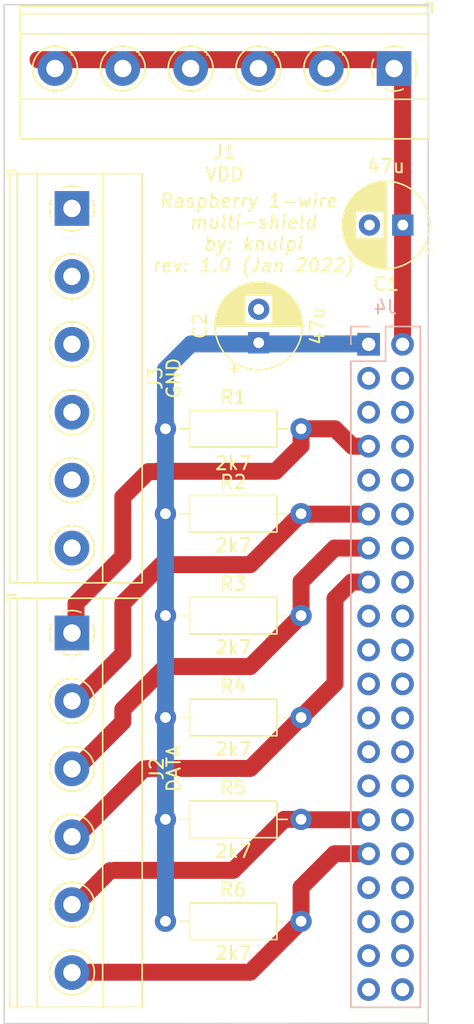
<source format=kicad_pcb>
(kicad_pcb (version 20211014) (generator pcbnew)
  (title_block (title "Raspberry Pi 1-wire multi-shield") (date "2022-01-03") (rev "1.0") (company "knulpi"))
  (layers (0 "F.Cu" signal) (31 "B.Cu" signal) (34 "B.Paste" user) (35 "F.Paste" user) (36 "B.SilkS" user "B.Silkscreen") (37 "F.SilkS" user "F.Silkscreen") (38 "B.Mask" user) (39 "F.Mask" user) (44 "Edge.Cuts" user))
  (net 0 "")
  (net 1 "+5V")
  (net 2 "GNDD")
  (net 3 "+3V3")
  (net 4 "GPIO4")
  (net 5 "GPIO17")
  (net 6 "GPIO27")
  (net 7 "GPIO22")
  (net 8 "GPIO5")
  (net 9 "GPIO6")
  (footprint "Resistor_THT:R_Axial_DIN0207_L6.3mm_D2.5mm_P10.16mm_Horizontal" (layer "F.Cu") (at 156.865 100.3)
    (fp_text reference "R5" (at 5.08 -2.37) (layer "F.SilkS"))
    (fp_text value "2k7")
    (fp_text user "${VALUE}" (at 5.08 2.37) (layer "F.SilkS"))
    (fp_line (start 1.04 0) (end 1.81 0) (layer "F.SilkS") (width 0.12))
    (fp_line (start 1.81 -1.37) (end 1.81 1.37) (layer "F.SilkS") (width 0.12))
    (fp_line (start 9.12 0) (end 8.35 0) (layer "F.SilkS") (width 0.12))
    (fp_line (start 8.35 1.37) (end 8.35 -1.37) (layer "F.SilkS") (width 0.12))
    (fp_line (start 1.81 1.37) (end 8.35 1.37) (layer "F.SilkS") (width 0.12))
    (fp_line (start 8.35 -1.37) (end 1.81 -1.37) (layer "F.SilkS") (width 0.12))
    (pad "1" thru_hole circle locked (at 0 0) (size 1.6 1.6) (drill 0.8) (layers *.Cu *.Mask) (net 3 "+3V3"))
    (pad "2" thru_hole oval locked (at 10.16 0) (size 1.6 1.6) (drill 0.8) (layers *.Cu *.Mask) (net 8 "GPIO5"))
  )
  (footprint "Resistor_THT:R_Axial_DIN0207_L6.3mm_D2.5mm_P10.16mm_Horizontal" (layer "F.Cu") (at 156.865 77.44)
    (fp_text reference "R2" (at 5.08 -2.37) (layer "F.SilkS"))
    (fp_text value "2k7")
    (fp_text user "${VALUE}" (at 5.08 2.37) (layer "F.SilkS"))
    (fp_line (start 9.12 0) (end 8.35 0) (layer "F.SilkS") (width 0.12))
    (fp_line (start 1.81 1.37) (end 8.35 1.37) (layer "F.SilkS") (width 0.12))
    (fp_line (start 8.35 -1.37) (end 1.81 -1.37) (layer "F.SilkS") (width 0.12))
    (fp_line (start 8.35 1.37) (end 8.35 -1.37) (layer "F.SilkS") (width 0.12))
    (fp_line (start 1.81 -1.37) (end 1.81 1.37) (layer "F.SilkS") (width 0.12))
    (fp_line (start 1.04 0) (end 1.81 0) (layer "F.SilkS") (width 0.12))
    (pad "1" thru_hole circle locked (at 0 0) (size 1.6 1.6) (drill 0.8) (layers *.Cu *.Mask) (net 3 "+3V3"))
    (pad "2" thru_hole oval locked (at 10.16 0) (size 1.6 1.6) (drill 0.8) (layers *.Cu *.Mask) (net 5 "GPIO17"))
  )
  (footprint "Resistor_THT:R_Axial_DIN0207_L6.3mm_D2.5mm_P10.16mm_Horizontal" (layer "F.Cu") (at 156.865 92.68)
    (fp_text reference "R4" (at 5.08 -2.37) (layer "F.SilkS"))
    (fp_text value "2k7")
    (fp_text user "${VALUE}" (at 5.08 2.37) (layer "F.SilkS"))
    (fp_line (start 1.04 0) (end 1.81 0) (layer "F.SilkS") (width 0.12))
    (fp_line (start 1.81 1.37) (end 8.35 1.37) (layer "F.SilkS") (width 0.12))
    (fp_line (start 1.81 -1.37) (end 1.81 1.37) (layer "F.SilkS") (width 0.12))
    (fp_line (start 9.12 0) (end 8.35 0) (layer "F.SilkS") (width 0.12))
    (fp_line (start 8.35 -1.37) (end 1.81 -1.37) (layer "F.SilkS") (width 0.12))
    (fp_line (start 8.35 1.37) (end 8.35 -1.37) (layer "F.SilkS") (width 0.12))
    (pad "1" thru_hole circle locked (at 0 0) (size 1.6 1.6) (drill 0.8) (layers *.Cu *.Mask) (net 3 "+3V3"))
    (pad "2" thru_hole oval locked (at 10.16 0) (size 1.6 1.6) (drill 0.8) (layers *.Cu *.Mask) (net 7 "GPIO22"))
  )
  (footprint "Resistor_THT:R_Axial_DIN0207_L6.3mm_D2.5mm_P10.16mm_Horizontal" (layer "F.Cu") (at 156.865 71.09)
    (fp_text reference "R1" (at 5.08 -2.37) (layer "F.SilkS"))
    (fp_text value "2k7")
    (fp_text user "${VALUE}" (at 5.08 2.57) (layer "F.SilkS"))
    (fp_line (start 1.81 -1.37) (end 1.81 1.37) (layer "F.SilkS") (width 0.12))
    (fp_line (start 8.35 -1.37) (end 1.81 -1.37) (layer "F.SilkS") (width 0.12))
    (fp_line (start 1.04 0) (end 1.81 0) (layer "F.SilkS") (width 0.12))
    (fp_line (start 1.81 1.37) (end 8.35 1.37) (layer "F.SilkS") (width 0.12))
    (fp_line (start 9.12 0) (end 8.35 0) (layer "F.SilkS") (width 0.12))
    (fp_line (start 8.35 1.37) (end 8.35 -1.37) (layer "F.SilkS") (width 0.12))
    (pad "1" thru_hole circle locked (at 0 0) (size 1.6 1.6) (drill 0.8) (layers *.Cu *.Mask) (net 3 "+3V3"))
    (pad "2" thru_hole oval locked (at 10.16 0) (size 1.6 1.6) (drill 0.8) (layers *.Cu *.Mask) (net 4 "GPIO4"))
  )
  (footprint "Resistor_THT:R_Axial_DIN0207_L6.3mm_D2.5mm_P10.16mm_Horizontal" (layer "F.Cu") (at 156.865 107.92)
    (fp_text reference "R6" (at 5.08 -2.37) (layer "F.SilkS"))
    (fp_text value "2k7")
    (fp_text user "${VALUE}" (at 5.08 2.37) (layer "F.SilkS"))
    (fp_line (start 1.04 0) (end 1.81 0) (layer "F.SilkS") (width 0.12))
    (fp_line (start 1.81 -1.37) (end 1.81 1.37) (layer "F.SilkS") (width 0.12))
    (fp_line (start 8.35 1.37) (end 8.35 -1.37) (layer "F.SilkS") (width 0.12))
    (fp_line (start 8.35 -1.37) (end 1.81 -1.37) (layer "F.SilkS") (width 0.12))
    (fp_line (start 1.81 1.37) (end 8.35 1.37) (layer "F.SilkS") (width 0.12))
    (fp_line (start 9.12 0) (end 8.35 0) (layer "F.SilkS") (width 0.12))
    (pad "1" thru_hole circle locked (at 0 0) (size 1.6 1.6) (drill 0.8) (layers *.Cu *.Mask) (net 3 "+3V3"))
    (pad "2" thru_hole oval locked (at 10.16 0) (size 1.6 1.6) (drill 0.8) (layers *.Cu *.Mask) (net 9 "GPIO6"))
  )
  (footprint "Capacitor_THT:CP_Radial_D6.3mm_P2.50mm" (layer "F.Cu") (at 163.85 64.65238 90)
    (fp_text reference "C2" (at 1.25 -4.4 90) (layer "F.SilkS"))
    (fp_text value "47u")
    (fp_text user "${VALUE}" (at 1.25 4.4 90) (layer "F.SilkS"))
    (fp_line (start 1.33 -3.23) (end 1.33 3.23) (layer "F.SilkS") (width 0.12))
    (fp_line (start 2.171 1.04) (end 2.171 3.098) (layer "F.SilkS") (width 0.12))
    (fp_line (start 3.611 -2.224) (end 3.611 2.224) (layer "F.SilkS") (width 0.12))
    (fp_line (start 3.371 1.04) (end 3.371 2.45) (layer "F.SilkS") (width 0.12))
    (fp_line (start 3.211 -2.578) (end 3.211 -1.04) (layer "F.SilkS") (width 0.12))
    (fp_line (start 2.731 -2.876) (end 2.731 -1.04) (layer "F.SilkS") (width 0.12))
    (fp_line (start 2.611 1.04) (end 2.611 2.934) (layer "F.SilkS") (width 0.12))
    (fp_line (start 1.57 -3.215) (end 1.57 -1.04) (layer "F.SilkS") (width 0.12))
    (fp_line (start 3.491 -2.343) (end 3.491 -1.04) (layer "F.SilkS") (width 0.12))
    (fp_line (start 2.291 -3.061) (end 2.291 -1.04) (layer "F.SilkS") (width 0.12))
    (fp_line (start 2.851 -2.812) (end 2.851 -1.04) (layer "F.SilkS") (width 0.12))
    (fp_line (start 1.85 1.04) (end 1.85 3.175) (layer "F.SilkS") (width 0.12))
    (fp_line (start 4.451 -0.633) (end 4.451 0.633) (layer "F.SilkS") (width 0.12))
    (fp_line (start 2.051 1.04) (end 2.051 3.131) (layer "F.SilkS") (width 0.12))
    (fp_line (start 1.29 -3.23) (end 1.29 3.23) (layer "F.SilkS") (width 0.12))
    (fp_line (start 1.61 1.04) (end 1.61 3.211) (layer "F.SilkS") (width 0.12))
    (fp_line (start 2.891 1.04) (end 2.891 2.79) (layer "F.SilkS") (width 0.12))
    (fp_line (start 2.211 1.04) (end 2.211 3.086) (layer "F.SilkS") (width 0.12))
    (fp_line (start 1.85 -3.175) (end 1.85 -1.04) (layer "F.SilkS") (width 0.12))
    (fp_line (start 3.131 -2.636) (end 3.131 -1.04) (layer "F.SilkS") (width 0.12))
    (fp_line (start 4.491 -0.402) (end 4.491 0.402) (layer "F.SilkS") (width 0.12))
    (fp_line (start 1.81 -3.182) (end 1.81 -1.04) (layer "F.SilkS") (width 0.12))
    (fp_line (start 3.691 -2.137) (end 3.691 2.137) (layer "F.SilkS") (width 0.12))
    (fp_line (start 3.291 -2.516) (end 3.291 -1.04) (layer "F.SilkS") (width 0.12))
    (fp_line (start 2.651 1.04) (end 2.651 2.916) (layer "F.SilkS") (width 0.12))
    (fp_line (start 2.211 -3.086) (end 2.211 -1.04) (layer "F.SilkS") (width 0.12))
    (fp_line (start 3.731 -2.092) (end 3.731 2.092) (layer "F.SilkS") (width 0.12))
    (fp_line (start 1.53 1.04) (end 1.53 3.218) (layer "F.SilkS") (width 0.12))
    (fp_line (start 1.25 -3.23) (end 1.25 3.23) (layer "F.SilkS") (width 0.12))
    (fp_line (start 1.77 1.04) (end 1.77 3.189) (layer "F.SilkS") (width 0.12))
    (fp_line (start 4.291 -1.165) (end 4.291 1.165) (layer "F.SilkS") (width 0.12))
    (fp_line (start 3.371 -2.45) (end 3.371 -1.04) (layer "F.SilkS") (width 0.12))
    (fp_line (start 1.93 -3.159) (end 1.93 -1.04) (layer "F.SilkS") (width 0.12))
    (fp_line (start 3.051 1.04) (end 3.051 2.69) (layer "F.SilkS") (width 0.12))
    (fp_line (start 3.171 1.04) (end 3.171 2.607) (layer "F.SilkS") (width 0.12))
    (fp_line (start 2.651 -2.916) (end 2.651 -1.04) (layer "F.SilkS") (width 0.12))
    (fp_line (start 2.451 -3.002) (end 2.451 -1.04) (layer "F.SilkS") (width 0.12))
    (fp_line (start 3.291 1.04) (end 3.291 2.516) (layer "F.SilkS") (width 0.12))
    (fp_line (start 2.491 -2.986) (end 2.491 -1.04) (layer "F.SilkS") (width 0.12))
    (fp_line (start 3.091 -2.664) (end 3.091 -1.04) (layer "F.SilkS") (width 0.12))
    (fp_line (start 2.131 -3.11) (end 2.131 -1.04) (layer "F.SilkS") (width 0.12))
    (fp_line (start 4.371 -0.94) (end 4.371 0.94) (layer "F.SilkS") (width 0.12))
    (fp_line (start 4.171 -1.432) (end 4.171 1.432) (layer "F.SilkS") (width 0.12))
    (fp_line (start 1.89 1.04) (end 1.89 3.167) (layer "F.SilkS") (width 0.12))
    (fp_line (start 2.771 -2.856) (end 2.771 -1.04) (layer "F.SilkS") (width 0.12))
    (fp_line (start 2.331 1.04) (end 2.331 3.047) (layer "F.SilkS") (width 0.12))
    (fp_line (start 2.731 1.04) (end 2.731 2.876) (layer "F.SilkS") (width 0.12))
    (fp_line (start 3.091 1.04) (end 3.091 2.664) (layer "F.SilkS") (width 0.12))
    (fp_line (start 2.691 1.04) (end 2.691 2.896) (layer "F.SilkS") (width 0.12))
    (fp_line (start 2.011 -3.141) (end 2.011 -1.04) (layer "F.SilkS") (width 0.12))
    (fp_line (start 2.931 1.04) (end 2.931 2.766) (layer "F.SilkS") (width 0.12))
    (fp_line (start 4.051 -1.65) (end 4.051 1.65) (layer "F.SilkS") (width 0.12))
    (fp_line (start 2.771 1.04) (end 2.771 2.856) (layer "F.SilkS") (width 0.12))
    (fp_line (start 3.251 -2.548) (end 3.251 -1.04) (layer "F.SilkS") (width 0.12))
    (fp_line (start 1.41 -3.227) (end 1.41 3.227) (layer "F.SilkS") (width 0.12))
    (fp_line (start 2.011 1.04) (end 2.011 3.141) (layer "F.SilkS") (width 0.12))
    (fp_line (start 3.011 1.04) (end 3.011 2.716) (layer "F.SilkS") (width 0.12))
    (fp_line (start 3.891 -1.89) (end 3.891 1.89) (layer "F.SilkS") (width 0.12))
    (fp_line (start 1.69 1.04) (end 1.69 3.201) (layer "F.SilkS") (width 0.12))
    (fp_line (start 2.131 1.04) (end 2.131 3.11) (layer "F.SilkS") (width 0.12))
    (fp_line (start 3.771 -2.044) (end 3.771 2.044) (layer "F.SilkS") (width 0.12))
    (fp_line (start 3.411 -2.416) (end 3.411 -1.04) (layer "F.SilkS") (width 0.12))
    (fp_line (start 2.371 -3.033) (end 2.371 -1.04) (layer "F.SilkS") (width 0.12))
    (fp_line (start 2.331 -3.047) (end 2.331 -1.04) (layer "F.SilkS") (width 0.12))
    (fp_line (start 1.69 -3.201) (end 1.69 -1.04) (layer "F.SilkS") (width 0.12))
    (fp_line (start 2.251 1.04) (end 2.251 3.074) (layer "F.SilkS") (width 0.12))
    (fp_line (start 4.011 -1.714) (end 4.011 1.714) (layer "F.SilkS") (width 0.12))
    (fp_line (start 1.65 -3.206) (end 1.65 -1.04) (layer "F.SilkS") (width 0.12))
    (fp_line (start 1.57 1.04) (end 1.57 3.215) (layer "F.SilkS") (width 0.12))
    (fp_line (start 1.93 1.04) (end 1.93 3.159) (layer "F.SilkS") (width 0.12))
    (fp_line (start 3.851 -1.944) (end 3.851 1.944) (layer "F.SilkS") (width 0.12))
    (fp_line (start 4.331 -1.059) (end 4.331 1.059) (layer "F.SilkS") (width 0.12))
    (fp_line (start 4.411 -0.802) (end 4.411 0.802) (layer "F.SilkS") (width 0.12))
    (fp_line (start 3.531 1.04) (end 3.531 2.305) (layer "F.SilkS") (width 0.12))
    (fp_line (start 1.971 1.04) (end 1.971 3.15) (layer "F.SilkS") (width 0.12))
    (fp_line (start 2.971 1.04) (end 2.971 2.742) (layer "F.SilkS") (width 0.12))
    (fp_line (start 3.491 1.04) (end 3.491 2.343) (layer "F.SilkS") (width 0.12))
    (fp_line (start 2.371 1.04) (end 2.371 3.033) (layer "F.SilkS") (width 0.12))
    (fp_line (start 1.37 -3.228) (end 1.37 3.228) (layer "F.SilkS") (width 0.12))
    (fp_line (start 2.171 -3.098) (end 2.171 -1.04) (layer "F.SilkS") (width 0.12))
    (fp_line (start 1.61 -3.211) (end 1.61 -1.04) (layer "F.SilkS") (width 0.12))
    (fp_line (start 1.73 1.04) (end 1.73 3.195) (layer "F.SilkS") (width 0.12))
    (fp_line (start 2.411 1.04) (end 2.411 3.018) (layer "F.SilkS") (width 0.12))
    (fp_line (start 2.531 1.04) (end 2.531 2.97) (layer "F.SilkS") (width 0.12))
    (fp_line (start 2.291 1.04) (end 2.291 3.061) (layer "F.SilkS") (width 0.12))
    (fp_line (start 3.131 1.04) (end 3.131 2.636) (layer "F.SilkS") (width 0.12))
    (fp_line (start 2.811 1.04) (end 2.811 2.834) (layer "F.SilkS") (width 0.12))
    (fp_line (start 4.251 -1.262) (end 4.251 1.262) (layer "F.SilkS") (width 0.12))
    (fp_line (start 2.931 -2.766) (end 2.931 -1.04) (layer "F.SilkS") (width 0.12))
    (fp_line (start 3.411 1.04) (end 3.411 2.416) (layer "F.SilkS") (width 0.12))
    (fp_line (start 1.971 -3.15) (end 1.971 -1.04) (layer "F.SilkS") (width 0.12))
    (fp_line (start 3.571 -2.265) (end 3.571 2.265) (layer "F.SilkS") (width 0.12))
    (fp_line (start 3.331 1.04) (end 3.331 2.484) (layer "F.SilkS") (width 0.12))
    (fp_line (start 1.65 1.04) (end 1.65 3.206) (layer "F.SilkS") (width 0.12))
    (fp_line (start 1.53 -3.218) (end 1.53 -1.04) (layer "F.SilkS") (width 0.12))
    (fp_line (start 2.971 -2.742) (end 2.971 -1.04) (layer "F.SilkS") (width 0.12))
    (fp_line (start 3.251 1.04) (end 3.251 2.548) (layer "F.SilkS") (width 0.12))
    (fp_line (start 2.531 -2.97) (end 2.531 -1.04) (layer "F.SilkS") (width 0.12))
    (fp_line (start 2.811 -2.834) (end 2.811 -1.04) (layer "F.SilkS") (width 0.12))
    (fp_line (start 4.091 -1.581) (end 4.091 1.581) (layer "F.SilkS") (width 0.12))
    (fp_line (start 3.451 -2.38) (end 3.451 -1.04) (layer "F.SilkS") (width 0.12))
    (fp_line (start 3.531 -2.305) (end 3.531 -1.04) (layer "F.SilkS") (width 0.12))
    (fp_line (start 2.611 -2.934) (end 2.611 -1.04) (layer "F.SilkS") (width 0.12))
    (fp_line (start 3.331 -2.484) (end 3.331 -1.04) (layer "F.SilkS") (width 0.12))
    (fp_line (start 2.091 -3.121) (end 2.091 -1.04) (layer "F.SilkS") (width 0.12))
    (fp_line (start 1.49 -3.222) (end 1.49 -1.04) (layer "F.SilkS") (width 0.12))
    (fp_line (start 3.051 -2.69) (end 3.051 -1.04) (layer "F.SilkS") (width 0.12))
    (fp_line (start 2.091 1.04) (end 2.091 3.121) (layer "F.SilkS") (width 0.12))
    (fp_line (start 3.451 1.04) (end 3.451 2.38) (layer "F.SilkS") (width 0.12))
    (fp_line (start 1.77 -3.189) (end 1.77 -1.04) (layer "F.SilkS") (width 0.12))
    (fp_line (start 3.931 -1.834) (end 3.931 1.834) (layer "F.SilkS") (width 0.12))
    (fp_line (start 3.811 -1.995) (end 3.811 1.995) (layer "F.SilkS") (width 0.12))
    (fp_line (start 1.89 -3.167) (end 1.89 -1.04) (layer "F.SilkS") (width 0.12))
    (fp_line (start 3.011 -2.716) (end 3.011 -1.04) (layer "F.SilkS") (width 0.12))
    (fp_line (start 1.45 -3.224) (end 1.45 3.224) (layer "F.SilkS") (width 0.12))
    (fp_line (start 3.171 -2.607) (end 3.171 -1.04) (layer "F.SilkS") (width 0.12))
    (fp_line (start 1.81 1.04) (end 1.81 3.182) (layer "F.SilkS") (width 0.12))
    (fp_line (start 1.73 -3.195) (end 1.73 -1.04) (layer "F.SilkS") (width 0.12))
    (fp_line (start 2.491 1.04) (end 2.491 2.986) (layer "F.SilkS") (width 0.12))
    (fp_line (start 4.211 -1.35) (end 4.211 1.35) (layer "F.SilkS") (width 0.12))
    (fp_line (start 2.851 1.04) (end 2.851 2.812) (layer "F.SilkS") (width 0.12))
    (fp_line (start 2.571 -2.952) (end 2.571 -1.04) (layer "F.SilkS") (width 0.12))
    (fp_line (start 2.891 -2.79) (end 2.891 -1.04) (layer "F.SilkS") (width 0.12))
    (fp_line (start 3.211 1.04) (end 3.211 2.578) (layer "F.SilkS") (width 0.12))
    (fp_line (start 3.971 -1.776) (end 3.971 1.776) (layer "F.SilkS") (width 0.12))
    (fp_line (start 4.131 -1.509) (end 4.131 1.509) (layer "F.SilkS") (width 0.12))
    (fp_line (start -2.250241 -1.839) (end -1.620241 -1.839) (layer "F.SilkS") (width 0.12))
    (fp_line (start 2.411 -3.018) (end 2.411 -1.04) (layer "F.SilkS") (width 0.12))
    (fp_line (start 2.571 1.04) (end 2.571 2.952) (layer "F.SilkS") (width 0.12))
    (fp_line (start 2.451 1.04) (end 2.451 3.002) (layer "F.SilkS") (width 0.12))
    (fp_line (start 2.251 -3.074) (end 2.251 -1.04) (layer "F.SilkS") (width 0.12))
    (fp_line (start 2.051 -3.131) (end 2.051 -1.04) (layer "F.SilkS") (width 0.12))
    (fp_line (start 3.651 -2.182) (end 3.651 2.182) (layer "F.SilkS") (width 0.12))
    (fp_line (start -1.935241 -2.154) (end -1.935241 -1.524) (layer "F.SilkS") (width 0.12))
    (fp_line (start 1.49 1.04) (end 1.49 3.222) (layer "F.SilkS") (width 0.12))
    (fp_line (start 2.691 -2.896) (end 2.691 -1.04) (layer "F.SilkS") (width 0.12))
    (fp_circle (center 1.25 0) (end 4.52 0) (layer "F.SilkS") (width 0.12) (fill none))
    (pad "1" thru_hole rect locked (at 0 0 90) (size 1.6 1.6) (drill 0.8) (layers *.Cu *.Mask) (net 3 "+3V3"))
    (pad "2" thru_hole circle locked (at 2.5 0 90) (size 1.6 1.6) (drill 0.8) (layers *.Cu *.Mask) (net 2 "GNDD"))
  )
  (footprint "Capacitor_THT:CP_Radial_D6.3mm_P2.50mm" (layer "F.Cu") (at 174.645 55.85 180)
    (fp_text reference "C1" (at 1.25 -4.4) (layer "F.SilkS"))
    (fp_text value "47u")
    (fp_text user "${VALUE}" (at 1.25 4.4) (layer "F.SilkS"))
    (fp_line (start 2.771 -2.856) (end 2.771 -1.04) (layer "F.SilkS") (width 0.12))
    (fp_line (start 1.77 1.04) (end 1.77 3.189) (layer "F.SilkS") (width 0.12))
    (fp_line (start 1.57 1.04) (end 1.57 3.215) (layer "F.SilkS") (width 0.12))
    (fp_line (start 3.171 -2.607) (end 3.171 -1.04) (layer "F.SilkS") (width 0.12))
    (fp_line (start -2.250241 -1.839) (end -1.620241 -1.839) (layer "F.SilkS") (width 0.12))
    (fp_line (start 2.371 -3.033) (end 2.371 -1.04) (layer "F.SilkS") (width 0.12))
    (fp_line (start 3.531 -2.305) (end 3.531 -1.04) (layer "F.SilkS") (width 0.12))
    (fp_line (start 4.171 -1.432) (end 4.171 1.432) (layer "F.SilkS") (width 0.12))
    (fp_line (start 3.011 -2.716) (end 3.011 -1.04) (layer "F.SilkS") (width 0.12))
    (fp_line (start 3.291 1.04) (end 3.291 2.516) (layer "F.SilkS") (width 0.12))
    (fp_line (start 2.011 -3.141) (end 2.011 -1.04) (layer "F.SilkS") (width 0.12))
    (fp_line (start 3.491 -2.343) (end 3.491 -1.04) (layer "F.SilkS") (width 0.12))
    (fp_line (start 3.131 -2.636) (end 3.131 -1.04) (layer "F.SilkS") (width 0.12))
    (fp_line (start 3.371 1.04) (end 3.371 2.45) (layer "F.SilkS") (width 0.12))
    (fp_line (start 2.171 -3.098) (end 2.171 -1.04) (layer "F.SilkS") (width 0.12))
    (fp_line (start 3.211 1.04) (end 3.211 2.578) (layer "F.SilkS") (width 0.12))
    (fp_line (start 3.411 1.04) (end 3.411 2.416) (layer "F.SilkS") (width 0.12))
    (fp_line (start 2.251 -3.074) (end 2.251 -1.04) (layer "F.SilkS") (width 0.12))
    (fp_line (start 2.331 1.04) (end 2.331 3.047) (layer "F.SilkS") (width 0.12))
    (fp_line (start 2.251 1.04) (end 2.251 3.074) (layer "F.SilkS") (width 0.12))
    (fp_line (start 1.61 1.04) (end 1.61 3.211) (layer "F.SilkS") (width 0.12))
    (fp_line (start 4.131 -1.509) (end 4.131 1.509) (layer "F.SilkS") (width 0.12))
    (fp_line (start 3.051 1.04) (end 3.051 2.69) (layer "F.SilkS") (width 0.12))
    (fp_line (start 1.29 -3.23) (end 1.29 3.23) (layer "F.SilkS") (width 0.12))
    (fp_line (start 2.931 1.04) (end 2.931 2.766) (layer "F.SilkS") (width 0.12))
    (fp_line (start 2.411 -3.018) (end 2.411 -1.04) (layer "F.SilkS") (width 0.12))
    (fp_line (start 2.291 1.04) (end 2.291 3.061) (layer "F.SilkS") (width 0.12))
    (fp_line (start 2.491 -2.986) (end 2.491 -1.04) (layer "F.SilkS") (width 0.12))
    (fp_line (start 4.251 -1.262) (end 4.251 1.262) (layer "F.SilkS") (width 0.12))
    (fp_line (start 2.091 -3.121) (end 2.091 -1.04) (layer "F.SilkS") (width 0.12))
    (fp_line (start 4.091 -1.581) (end 4.091 1.581) (layer "F.SilkS") (width 0.12))
    (fp_line (start 3.611 -2.224) (end 3.611 2.224) (layer "F.SilkS") (width 0.12))
    (fp_line (start 3.291 -2.516) (end 3.291 -1.04) (layer "F.SilkS") (width 0.12))
    (fp_line (start 2.011 1.04) (end 2.011 3.141) (layer "F.SilkS") (width 0.12))
    (fp_line (start 2.091 1.04) (end 2.091 3.121) (layer "F.SilkS") (width 0.12))
    (fp_line (start 2.371 1.04) (end 2.371 3.033) (layer "F.SilkS") (width 0.12))
    (fp_line (start 2.691 -2.896) (end 2.691 -1.04) (layer "F.SilkS") (width 0.12))
    (fp_line (start 1.57 -3.215) (end 1.57 -1.04) (layer "F.SilkS") (width 0.12))
    (fp_line (start 1.81 -3.182) (end 1.81 -1.04) (layer "F.SilkS") (width 0.12))
    (fp_line (start 4.291 -1.165) (end 4.291 1.165) (layer "F.SilkS") (width 0.12))
    (fp_line (start 1.89 1.04) (end 1.89 3.167) (layer "F.SilkS") (width 0.12))
    (fp_line (start 1.49 1.04) (end 1.49 3.222) (layer "F.SilkS") (width 0.12))
    (fp_line (start 3.731 -2.092) (end 3.731 2.092) (layer "F.SilkS") (width 0.12))
    (fp_line (start 2.291 -3.061) (end 2.291 -1.04) (layer "F.SilkS") (width 0.12))
    (fp_line (start 3.451 -2.38) (end 3.451 -1.04) (layer "F.SilkS") (width 0.12))
    (fp_line (start 4.331 -1.059) (end 4.331 1.059) (layer "F.SilkS") (width 0.12))
    (fp_line (start 3.371 -2.45) (end 3.371 -1.04) (layer "F.SilkS") (width 0.12))
    (fp_line (start 1.81 1.04) (end 1.81 3.182) (layer "F.SilkS") (width 0.12))
    (fp_line (start 2.731 1.04) (end 2.731 2.876) (layer "F.SilkS") (width 0.12))
    (fp_line (start 2.811 1.04) (end 2.811 2.834) (layer "F.SilkS") (width 0.12))
    (fp_line (start 2.571 1.04) (end 2.571 2.952) (layer "F.SilkS") (width 0.12))
    (fp_line (start 1.53 1.04) (end 1.53 3.218) (layer "F.SilkS") (width 0.12))
    (fp_line (start 4.011 -1.714) (end 4.011 1.714) (layer "F.SilkS") (width 0.12))
    (fp_line (start 4.451 -0.633) (end 4.451 0.633) (layer "F.SilkS") (width 0.12))
    (fp_line (start 2.211 1.04) (end 2.211 3.086) (layer "F.SilkS") (width 0.12))
    (fp_line (start 1.65 -3.206) (end 1.65 -1.04) (layer "F.SilkS") (width 0.12))
    (fp_line (start 1.73 1.04) (end 1.73 3.195) (layer "F.SilkS") (width 0.12))
    (fp_line (start 3.211 -2.578) (end 3.211 -1.04) (layer "F.SilkS") (width 0.12))
    (fp_line (start 1.41 -3.227) (end 1.41 3.227) (layer "F.SilkS") (width 0.12))
    (fp_line (start 2.051 -3.131) (end 2.051 -1.04) (layer "F.SilkS") (width 0.12))
    (fp_line (start 2.851 -2.812) (end 2.851 -1.04) (layer "F.SilkS") (width 0.12))
    (fp_line (start 3.691 -2.137) (end 3.691 2.137) (layer "F.SilkS") (width 0.12))
    (fp_line (start 2.451 1.04) (end 2.451 3.002) (layer "F.SilkS") (width 0.12))
    (fp_line (start 2.971 1.04) (end 2.971 2.742) (layer "F.SilkS") (width 0.12))
    (fp_line (start 1.69 -3.201) (end 1.69 -1.04) (layer "F.SilkS") (width 0.12))
    (fp_line (start 1.89 -3.167) (end 1.89 -1.04) (layer "F.SilkS") (width 0.12))
    (fp_line (start 1.53 -3.218) (end 1.53 -1.04) (layer "F.SilkS") (width 0.12))
    (fp_line (start 1.65 1.04) (end 1.65 3.206) (layer "F.SilkS") (width 0.12))
    (fp_line (start 1.61 -3.211) (end 1.61 -1.04) (layer "F.SilkS") (width 0.12))
    (fp_line (start 3.331 1.04) (end 3.331 2.484) (layer "F.SilkS") (width 0.12))
    (fp_line (start 4.491 -0.402) (end 4.491 0.402) (layer "F.SilkS") (width 0.12))
    (fp_line (start 3.651 -2.182) (end 3.651 2.182) (layer "F.SilkS") (width 0.12))
    (fp_line (start 2.411 1.04) (end 2.411 3.018) (layer "F.SilkS") (width 0.12))
    (fp_line (start 2.811 -2.834) (end 2.811 -1.04) (layer "F.SilkS") (width 0.12))
    (fp_line (start 2.611 1.04) (end 2.611 2.934) (layer "F.SilkS") (width 0.12))
    (fp_line (start 3.891 -1.89) (end 3.891 1.89) (layer "F.SilkS") (width 0.12))
    (fp_line (start -1.935241 -2.154) (end -1.935241 -1.524) (layer "F.SilkS") (width 0.12))
    (fp_line (start 2.051 1.04) (end 2.051 3.131) (layer "F.SilkS") (width 0.12))
    (fp_line (start 2.891 -2.79) (end 2.891 -1.04) (layer "F.SilkS") (width 0.12))
    (fp_line (start 2.571 -2.952) (end 2.571 -1.04) (layer "F.SilkS") (width 0.12))
    (fp_line (start 2.131 1.04) (end 2.131 3.11) (layer "F.SilkS") (width 0.12))
    (fp_line (start 1.69 1.04) (end 1.69 3.201) (layer "F.SilkS") (width 0.12))
    (fp_line (start 1.85 1.04) (end 1.85 3.175) (layer "F.SilkS") (width 0.12))
    (fp_line (start 2.731 -2.876) (end 2.731 -1.04) (layer "F.SilkS") (width 0.12))
    (fp_line (start 2.931 -2.766) (end 2.931 -1.04) (layer "F.SilkS") (width 0.12))
    (fp_line (start 2.531 1.04) (end 2.531 2.97) (layer "F.SilkS") (width 0.12))
    (fp_line (start 2.131 -3.11) (end 2.131 -1.04) (layer "F.SilkS") (width 0.12))
    (fp_line (start 2.531 -2.97) (end 2.531 -1.04) (layer "F.SilkS") (width 0.12))
    (fp_line (start 3.091 -2.664) (end 3.091 -1.04) (layer "F.SilkS") (width 0.12))
    (fp_line (start 4.411 -0.802) (end 4.411 0.802) (layer "F.SilkS") (width 0.12))
    (fp_line (start 2.491 1.04) (end 2.491 2.986) (layer "F.SilkS") (width 0.12))
    (fp_line (start 4.211 -1.35) (end 4.211 1.35) (layer "F.SilkS") (width 0.12))
    (fp_line (start 2.211 -3.086) (end 2.211 -1.04) (layer "F.SilkS") (width 0.12))
    (fp_line (start 1.25 -3.23) (end 1.25 3.23) (layer "F.SilkS") (width 0.12))
    (fp_line (start 3.051 -2.69) (end 3.051 -1.04) (layer "F.SilkS") (width 0.12))
    (fp_line (start 2.851 1.04) (end 2.851 2.812) (layer "F.SilkS") (width 0.12))
    (fp_line (start 3.171 1.04) (end 3.171 2.607) (layer "F.SilkS") (width 0.12))
    (fp_line (start 2.771 1.04) (end 2.771 2.856) (layer "F.SilkS") (width 0.12))
    (fp_line (start 1.73 -3.195) (end 1.73 -1.04) (layer "F.SilkS") (width 0.12))
    (fp_line (start 1.93 -3.159) (end 1.93 -1.04) (layer "F.SilkS") (width 0.12))
    (fp_line (start 3.971 -1.776) (end 3.971 1.776) (layer "F.SilkS") (width 0.12))
    (fp_line (start 1.37 -3.228) (end 1.37 3.228) (layer "F.SilkS") (width 0.12))
    (fp_line (start 2.651 -2.916) (end 2.651 -1.04) (layer "F.SilkS") (width 0.12))
    (fp_line (start 2.971 -2.742) (end 2.971 -1.04) (layer "F.SilkS") (width 0.12))
    (fp_line (start 3.811 -1.995) (end 3.811 1.995) (layer "F.SilkS") (width 0.12))
    (fp_line (start 3.451 1.04) (end 3.451 2.38) (layer "F.SilkS") (width 0.12))
    (fp_line (start 1.77 -3.189) (end 1.77 -1.04) (layer "F.SilkS") (width 0.12))
    (fp_line (start 1.971 -3.15) (end 1.971 -1.04) (layer "F.SilkS") (width 0.12))
    (fp_line (start 2.171 1.04) (end 2.171 3.098) (layer "F.SilkS") (width 0.12))
    (fp_line (start 3.491 1.04) (end 3.491 2.343) (layer "F.SilkS") (width 0.12))
    (fp_line (start 2.691 1.04) (end 2.691 2.896) (layer "F.SilkS") (width 0.12))
    (fp_line (start 2.611 -2.934) (end 2.611 -1.04) (layer "F.SilkS") (width 0.12))
    (fp_line (start 2.651 1.04) (end 2.651 2.916) (layer "F.SilkS") (width 0.12))
    (fp_line (start 3.091 1.04) (end 3.091 2.664) (layer "F.SilkS") (width 0.12))
    (fp_line (start 1.49 -3.222) (end 1.49 -1.04) (layer "F.SilkS") (width 0.12))
    (fp_line (start 3.571 -2.265) (end 3.571 2.265) (layer "F.SilkS") (width 0.12))
    (fp_line (start 2.331 -3.047) (end 2.331 -1.04) (layer "F.SilkS") (width 0.12))
    (fp_line (start 2.451 -3.002) (end 2.451 -1.04) (layer "F.SilkS") (width 0.12))
    (fp_line (start 3.531 1.04) (end 3.531 2.305) (layer "F.SilkS") (width 0.12))
    (fp_line (start 1.33 -3.23) (end 1.33 3.23) (layer "F.SilkS") (width 0.12))
    (fp_line (start 3.411 -2.416) (end 3.411 -1.04) (layer "F.SilkS") (width 0.12))
    (fp_line (start 3.851 -1.944) (end 3.851 1.944) (layer "F.SilkS") (width 0.12))
    (fp_line (start 3.251 -2.548) (end 3.251 -1.04) (layer "F.SilkS") (width 0.12))
    (fp_line (start 3.251 1.04) (end 3.251 2.548) (layer "F.SilkS") (width 0.12))
    (fp_line (start 1.971 1.04) (end 1.971 3.15) (layer "F.SilkS") (width 0.12))
    (fp_line (start 3.131 1.04) (end 3.131 2.636) (layer "F.SilkS") (width 0.12))
    (fp_line (start 3.931 -1.834) (end 3.931 1.834) (layer "F.SilkS") (width 0.12))
    (fp_line (start 4.371 -0.94) (end 4.371 0.94) (layer "F.SilkS") (width 0.12))
    (fp_line (start 1.85 -3.175) (end 1.85 -1.04) (layer "F.SilkS") (width 0.12))
    (fp_line (start 3.771 -2.044) (end 3.771 2.044) (layer "F.SilkS") (width 0.12))
    (fp_line (start 2.891 1.04) (end 2.891 2.79) (layer "F.SilkS") (width 0.12))
    (fp_line (start 3.331 -2.484) (end 3.331 -1.04) (layer "F.SilkS") (width 0.12))
    (fp_line (start 4.051 -1.65) (end 4.051 1.65) (layer "F.SilkS") (width 0.12))
    (fp_line (start 1.93 1.04) (end 1.93 3.159) (layer "F.SilkS") (width 0.12))
    (fp_line (start 3.011 1.04) (end 3.011 2.716) (layer "F.SilkS") (width 0.12))
    (fp_line (start 1.45 -3.224) (end 1.45 3.224) (layer "F.SilkS") (width 0.12))
    (fp_circle (center 1.25 0) (end 4.52 0) (layer "F.SilkS") (width 0.12) (fill none))
    (pad "1" thru_hole rect locked (at 0 0 180) (size 1.6 1.6) (drill 0.8) (layers *.Cu *.Mask) (net 1 "+5V"))
    (pad "2" thru_hole circle locked (at 2.5 0 180) (size 1.6 1.6) (drill 0.8) (layers *.Cu *.Mask) (net 2 "GNDD"))
  )
  (footprint "TerminalBlock_Phoenix:TerminalBlock_Phoenix_MKDS-1,5-6-5.08_1x06_P5.08mm_Horizontal" (layer "F.Cu") (at 149.86 86.36 -90)
    (fp_text reference "J2" (at 10.16 -6.35 90) (layer "F.SilkS"))
    (fp_text value "DATA")
    (fp_text user "${VALUE}" (at 10.16 -7.62 90) (layer "F.SilkS"))
    (fp_line (start 24.173 1.023) (end 24.126 1.069) (layer "F.SilkS") (width 0.12))
    (fp_line (start -2.6 2.6) (end 28 2.6) (layer "F.SilkS") (width 0.12))
    (fp_line (start 28 -5.261) (end 28 4.66) (layer "F.SilkS") (width 0.12))
    (fp_line (start 4.046 1.239) (end 4.011 1.274) (layer "F.SilkS") (width 0.12))
    (fp_line (start 11.435 -1.069) (end 11.388 -1.023) (layer "F.SilkS") (width 0.12))
    (fp_line (start 16.515 -1.069) (end 16.468 -1.023) (layer "F.SilkS") (width 0.12))
    (fp_line (start 26.675 -1.069) (end 26.628 -1.023) (layer "F.SilkS") (width 0.12))
    (fp_line (start 19.286 1.239) (end 19.251 1.274) (layer "F.SilkS") (width 0.12))
    (fp_line (start 9.126 1.239) (end 9.091 1.274) (layer "F.SilkS") (width 0.12))
    (fp_line (start 24.366 1.239) (end 24.331 1.274) (layer "F.SilkS") (width 0.12))
    (fp_line (start -2.84 4.16) (end -2.84 4.9) (layer "F.SilkS") (width 0.12))
    (fp_line (start 26.47 -1.275) (end 26.435 -1.239) (layer "F.SilkS") (width 0.12))
    (fp_line (start -2.6 -5.261) (end 28 -5.261) (layer "F.SilkS") (width 0.12))
    (fp_line (start -2.6 4.66) (end 28 4.66) (layer "F.SilkS") (width 0.12))
    (fp_line (start -2.84 4.9) (end -2.34 4.9) (layer "F.SilkS") (width 0.12))
    (fp_line (start 14.013 1.023) (end 13.966 1.069) (layer "F.SilkS") (width 0.12))
    (fp_line (start -2.6 -5.261) (end -2.6 4.66) (layer "F.SilkS") (width 0.12))
    (fp_line (start 11.23 -1.275) (end 11.195 -1.239) (layer "F.SilkS") (width 0.12))
    (fp_line (start 21.595 -1.069) (end 21.548 -1.023) (layer "F.SilkS") (width 0.12))
    (fp_line (start 8.933 1.023) (end 8.886 1.069) (layer "F.SilkS") (width 0.12))
    (fp_line (start -2.6 4.1) (end 28 4.1) (layer "F.SilkS") (width 0.12))
    (fp_line (start 6.15 -1.275) (end 6.115 -1.239) (layer "F.SilkS") (width 0.12))
    (fp_line (start -2.6 -2.301) (end 28 -2.301) (layer "F.SilkS") (width 0.12))
    (fp_line (start 21.39 -1.275) (end 21.355 -1.239) (layer "F.SilkS") (width 0.12))
    (fp_line (start 6.355 -1.069) (end 6.308 -1.023) (layer "F.SilkS") (width 0.12))
    (fp_line (start 16.31 -1.275) (end 16.275 -1.239) (layer "F.SilkS") (width 0.12))
    (fp_line (start 19.093 1.023) (end 19.046 1.069) (layer "F.SilkS") (width 0.12))
    (fp_line (start 3.853 1.023) (end 3.806 1.069) (layer "F.SilkS") (width 0.12))
    (fp_line (start 14.206 1.239) (end 14.171 1.274) (layer "F.SilkS") (width 0.12))
    (fp_arc (start 0.028805 1.680253) (mid -0.335551 1.646659) (end -0.684 1.535) (layer "F.SilkS") (width 0.12))
    (fp_arc (start -0.683042 -1.535427) (mid 0.000524 -1.680501) (end 0.684 -1.535) (layer "F.SilkS") (width 0.12))
    (fp_arc (start -1.535427 0.683042) (mid -1.680501 -0.000524) (end -1.535 -0.684) (layer "F.SilkS") (width 0.12))
    (fp_arc (start 1.535427 -0.683042) (mid 1.680501 0.000524) (end 1.535 0.684) (layer "F.SilkS") (width 0.12))
    (fp_arc (start 0.683318 1.534756) (mid 0.349292 1.643288) (end 0 1.68) (layer "F.SilkS") (width 0.12))
    (fp_circle (center 25.4 0) (end 27.08 0) (layer "F.SilkS") (width 0.12) (fill none))
    (fp_circle (center 15.24 0) (end 16.92 0) (layer "F.SilkS") (width 0.12) (fill none))
    (fp_circle (center 20.32 0) (end 22 0) (layer "F.SilkS") (width 0.12) (fill none))
    (fp_circle (center 10.16 0) (end 11.84 0) (layer "F.SilkS") (width 0.12) (fill none))
    (fp_circle (center 5.08 0) (end 6.76 0) (layer "F.SilkS") (width 0.12) (fill none))
    (pad "1" thru_hole rect locked (at 0 0 270) (size 2.6 2.6) (drill 1.3) (layers *.Cu *.Mask) (net 4 "GPIO4"))
    (pad "2" thru_hole circle locked (at 5.08 0 270) (size 2.6 2.6) (drill 1.3) (layers *.Cu *.Mask) (net 5 "GPIO17"))
    (pad "3" thru_hole circle locked (at 10.16 0 270) (size 2.6 2.6) (drill 1.3) (layers *.Cu *.Mask) (net 6 "GPIO27"))
    (pad "4" thru_hole circle locked (at 15.24 0 270) (size 2.6 2.6) (drill 1.3) (layers *.Cu *.Mask) (net 7 "GPIO22"))
    (pad "5" thru_hole circle locked (at 20.32 0 270) (size 2.6 2.6) (drill 1.3) (layers *.Cu *.Mask) (net 8 "GPIO5"))
    (pad "6" thru_hole circle locked (at 25.4 0 270) (size 2.6 2.6) (drill 1.3) (layers *.Cu *.Mask) (net 9 "GPIO6"))
  )
  (footprint "TerminalBlock_Phoenix:TerminalBlock_Phoenix_MKDS-1,5-6-5.08_1x06_P5.08mm_Horizontal" (layer "F.Cu") (at 149.86 54.61 -90)
    (fp_text reference "J3" (at 12.7 -6.26 90) (layer "F.SilkS"))
    (fp_text value "GND")
    (fp_text user "${VALUE}" (at 12.7 -7.62 90) (layer "F.SilkS"))
    (fp_line (start 11.435 -1.069) (end 11.388 -1.023) (layer "F.SilkS") (width 0.12))
    (fp_line (start -2.6 -5.261) (end -2.6 4.66) (layer "F.SilkS") (width 0.12))
    (fp_line (start 8.933 1.023) (end 8.886 1.069) (layer "F.SilkS") (width 0.12))
    (fp_line (start -2.6 -5.261) (end 28 -5.261) (layer "F.SilkS") (width 0.12))
    (fp_line (start 4.046 1.239) (end 4.011 1.274) (layer "F.SilkS") (width 0.12))
    (fp_line (start 21.39 -1.275) (end 21.355 -1.239) (layer "F.SilkS") (width 0.12))
    (fp_line (start 21.595 -1.069) (end 21.548 -1.023) (layer "F.SilkS") (width 0.12))
    (fp_line (start 14.206 1.239) (end 14.171 1.274) (layer "F.SilkS") (width 0.12))
    (fp_line (start -2.6 -2.301) (end 28 -2.301) (layer "F.SilkS") (width 0.12))
    (fp_line (start 28 -5.261) (end 28 4.66) (layer "F.SilkS") (width 0.12))
    (fp_line (start 14.013 1.023) (end 13.966 1.069) (layer "F.SilkS") (width 0.12))
    (fp_line (start 26.675 -1.069) (end 26.628 -1.023) (layer "F.SilkS") (width 0.12))
    (fp_line (start 16.515 -1.069) (end 16.468 -1.023) (layer "F.SilkS") (width 0.12))
    (fp_line (start 9.126 1.239) (end 9.091 1.274) (layer "F.SilkS") (width 0.12))
    (fp_line (start 6.15 -1.275) (end 6.115 -1.239) (layer "F.SilkS") (width 0.12))
    (fp_line (start 16.31 -1.275) (end 16.275 -1.239) (layer "F.SilkS") (width 0.12))
    (fp_line (start 26.47 -1.275) (end 26.435 -1.239) (layer "F.SilkS") (width 0.12))
    (fp_line (start -2.84 4.9) (end -2.34 4.9) (layer "F.SilkS") (width 0.12))
    (fp_line (start 6.355 -1.069) (end 6.308 -1.023) (layer "F.SilkS") (width 0.12))
    (fp_line (start 24.366 1.239) (end 24.331 1.274) (layer "F.SilkS") (width 0.12))
    (fp_line (start 19.093 1.023) (end 19.046 1.069) (layer "F.SilkS") (width 0.12))
    (fp_line (start 24.173 1.023) (end 24.126 1.069) (layer "F.SilkS") (width 0.12))
    (fp_line (start -2.6 4.1) (end 28 4.1) (layer "F.SilkS") (width 0.12))
    (fp_line (start 3.853 1.023) (end 3.806 1.069) (layer "F.SilkS") (width 0.12))
    (fp_line (start -2.84 4.16) (end -2.84 4.9) (layer "F.SilkS") (width 0.12))
    (fp_line (start 11.23 -1.275) (end 11.195 -1.239) (layer "F.SilkS") (width 0.12))
    (fp_line (start 19.286 1.239) (end 19.251 1.274) (layer "F.SilkS") (width 0.12))
    (fp_line (start -2.6 2.6) (end 28 2.6) (layer "F.SilkS") (width 0.12))
    (fp_line (start -2.6 4.66) (end 28 4.66) (layer "F.SilkS") (width 0.12))
    (fp_arc (start -0.683042 -1.535427) (mid 0.000524 -1.680501) (end 0.684 -1.535) (layer "F.SilkS") (width 0.12))
    (fp_arc (start 1.535427 -0.683042) (mid 1.680501 0.000524) (end 1.535 0.684) (layer "F.SilkS") (width 0.12))
    (fp_arc (start -1.535427 0.683042) (mid -1.680501 -0.000524) (end -1.535 -0.684) (layer "F.SilkS") (width 0.12))
    (fp_arc (start 0.028805 1.680253) (mid -0.335551 1.646659) (end -0.684 1.535) (layer "F.SilkS") (width 0.12))
    (fp_arc (start 0.683318 1.534756) (mid 0.349292 1.643288) (end 0 1.68) (layer "F.SilkS") (width 0.12))
    (fp_circle (center 5.08 0) (end 6.76 0) (layer "F.SilkS") (width 0.12) (fill none))
    (fp_circle (center 20.32 0) (end 22 0) (layer "F.SilkS") (width 0.12) (fill none))
    (fp_circle (center 25.4 0) (end 27.08 0) (layer "F.SilkS") (width 0.12) (fill none))
    (fp_circle (center 10.16 0) (end 11.84 0) (layer "F.SilkS") (width 0.12) (fill none))
    (fp_circle (center 15.24 0) (end 16.92 0) (layer "F.SilkS") (width 0.12) (fill none))
    (pad "1" thru_hole rect locked (at 0 0 270) (size 2.6 2.6) (drill 1.3) (layers *.Cu *.Mask) (net 2 "GNDD"))
    (pad "2" thru_hole circle locked (at 5.08 0 270) (size 2.6 2.6) (drill 1.3) (layers *.Cu *.Mask) (net 2 "GNDD"))
    (pad "3" thru_hole circle locked (at 10.16 0 270) (size 2.6 2.6) (drill 1.3) (layers *.Cu *.Mask) (net 2 "GNDD"))
    (pad "4" thru_hole circle locked (at 15.24 0 270) (size 2.6 2.6) (drill 1.3) (layers *.Cu *.Mask) (net 2 "GNDD"))
    (pad "5" thru_hole circle locked (at 20.32 0 270) (size 2.6 2.6) (drill 1.3) (layers *.Cu *.Mask) (net 2 "GNDD"))
    (pad "6" thru_hole circle locked (at 25.4 0 270) (size 2.6 2.6) (drill 1.3) (layers *.Cu *.Mask) (net 2 "GNDD"))
  )
  (footprint "TerminalBlock_Phoenix:TerminalBlock_Phoenix_MKDS-1,5-6-5.08_1x06_P5.08mm_Horizontal" (layer "F.Cu") (at 173.99 44.145 180)
    (fp_text reference "J1" (at 12.7 -6.26) (layer "F.SilkS"))
    (fp_text value "VDD")
    (fp_text user "${VALUE}" (at 12.7 -7.925) (layer "F.SilkS"))
    (fp_line (start 3.853 1.023) (end 3.806 1.069) (layer "F.SilkS") (width 0.12))
    (fp_line (start 16.31 -1.275) (end 16.275 -1.239) (layer "F.SilkS") (width 0.12))
    (fp_line (start -2.6 4.1) (end 28 4.1) (layer "F.SilkS") (width 0.12))
    (fp_line (start 11.435 -1.069) (end 11.388 -1.023) (layer "F.SilkS") (width 0.12))
    (fp_line (start -2.84 4.9) (end -2.34 4.9) (layer "F.SilkS") (width 0.12))
    (fp_line (start 28 -5.261) (end 28 4.66) (layer "F.SilkS") (width 0.12))
    (fp_line (start 16.515 -1.069) (end 16.468 -1.023) (layer "F.SilkS") (width 0.12))
    (fp_line (start 24.173 1.023) (end 24.126 1.069) (layer "F.SilkS") (width 0.12))
    (fp_line (start 14.013 1.023) (end 13.966 1.069) (layer "F.SilkS") (width 0.12))
    (fp_line (start -2.84 4.16) (end -2.84 4.9) (layer "F.SilkS") (width 0.12))
    (fp_line (start 8.933 1.023) (end 8.886 1.069) (layer "F.SilkS") (width 0.12))
    (fp_line (start 19.286 1.239) (end 19.251 1.274) (layer "F.SilkS") (width 0.12))
    (fp_line (start -2.6 -5.261) (end 28 -5.261) (layer "F.SilkS") (width 0.12))
    (fp_line (start 9.126 1.239) (end 9.091 1.274) (layer "F.SilkS") (width 0.12))
    (fp_line (start 21.39 -1.275) (end 21.355 -1.239) (layer "F.SilkS") (width 0.12))
    (fp_line (start 6.355 -1.069) (end 6.308 -1.023) (layer "F.SilkS") (width 0.12))
    (fp_line (start 14.206 1.239) (end 14.171 1.274) (layer "F.SilkS") (width 0.12))
    (fp_line (start 26.675 -1.069) (end 26.628 -1.023) (layer "F.SilkS") (width 0.12))
    (fp_line (start 4.046 1.239) (end 4.011 1.274) (layer "F.SilkS") (width 0.12))
    (fp_line (start -2.6 -5.261) (end -2.6 4.66) (layer "F.SilkS") (width 0.12))
    (fp_line (start -2.6 2.6) (end 28 2.6) (layer "F.SilkS") (width 0.12))
    (fp_line (start 19.093 1.023) (end 19.046 1.069) (layer "F.SilkS") (width 0.12))
    (fp_line (start 21.595 -1.069) (end 21.548 -1.023) (layer "F.SilkS") (width 0.12))
    (fp_line (start 26.47 -1.275) (end 26.435 -1.239) (layer "F.SilkS") (width 0.12))
    (fp_line (start -2.6 4.66) (end 28 4.66) (layer "F.SilkS") (width 0.12))
    (fp_line (start -2.6 -2.301) (end 28 -2.301) (layer "F.SilkS") (width 0.12))
    (fp_line (start 11.23 -1.275) (end 11.195 -1.239) (layer "F.SilkS") (width 0.12))
    (fp_line (start 24.366 1.239) (end 24.331 1.274) (layer "F.SilkS") (width 0.12))
    (fp_line (start 6.15 -1.275) (end 6.115 -1.239) (layer "F.SilkS") (width 0.12))
    (fp_arc (start -1.535427 0.683042) (mid -1.680501 -0.000524) (end -1.535 -0.684) (layer "F.SilkS") (width 0.12))
    (fp_arc (start 0.028805 1.680253) (mid -0.335551 1.646659) (end -0.684 1.535) (layer "F.SilkS") (width 0.12))
    (fp_arc (start 1.535427 -0.683042) (mid 1.680501 0.000524) (end 1.535 0.684) (layer "F.SilkS") (width 0.12))
    (fp_arc (start 0.683318 1.534756) (mid 0.349292 1.643288) (end 0 1.68) (layer "F.SilkS") (width 0.12))
    (fp_arc (start -0.683042 -1.535427) (mid 0.000524 -1.680501) (end 0.684 -1.535) (layer "F.SilkS") (width 0.12))
    (fp_circle (center 5.08 0) (end 6.76 0) (layer "F.SilkS") (width 0.12) (fill none))
    (fp_circle (center 15.24 0) (end 16.92 0) (layer "F.SilkS") (width 0.12) (fill none))
    (fp_circle (center 20.32 0) (end 22 0) (layer "F.SilkS") (width 0.12) (fill none))
    (fp_circle (center 10.16 0) (end 11.84 0) (layer "F.SilkS") (width 0.12) (fill none))
    (fp_circle (center 25.4 0) (end 27.08 0) (layer "F.SilkS") (width 0.12) (fill none))
    (pad "1" thru_hole rect locked (at 0 0 180) (size 2.6 2.6) (drill 1.3) (layers *.Cu *.Mask) (net 1 "+5V"))
    (pad "2" thru_hole circle locked (at 5.08 0 180) (size 2.6 2.6) (drill 1.3) (layers *.Cu *.Mask) (net 1 "+5V"))
    (pad "3" thru_hole circle locked (at 10.16 0 180) (size 2.6 2.6) (drill 1.3) (layers *.Cu *.Mask) (net 1 "+5V"))
    (pad "4" thru_hole circle locked (at 15.24 0 180) (size 2.6 2.6) (drill 1.3) (layers *.Cu *.Mask) (net 1 "+5V"))
    (pad "5" thru_hole circle locked (at 20.32 0 180) (size 2.6 2.6) (drill 1.3) (layers *.Cu *.Mask) (net 1 "+5V"))
    (pad "6" thru_hole circle locked (at 25.4 0 180) (size 2.6 2.6) (drill 1.3) (layers *.Cu *.Mask) (net 1 "+5V"))
  )
  (footprint "Resistor_THT:R_Axial_DIN0207_L6.3mm_D2.5mm_P10.16mm_Horizontal" (layer "F.Cu") (at 156.865 85.06)
    (fp_text reference "R3" (at 5.08 -2.37) (layer "F.SilkS"))
    (fp_text value "2k7")
    (fp_text user "${VALUE}" (at 5.08 2.37) (layer "F.SilkS"))
    (fp_line (start 8.35 -1.37) (end 1.81 -1.37) (layer "F.SilkS") (width 0.12))
    (fp_line (start 9.12 0) (end 8.35 0) (layer "F.SilkS") (width 0.12))
    (fp_line (start 1.81 1.37) (end 8.35 1.37) (layer "F.SilkS") (width 0.12))
    (fp_line (start 1.81 -1.37) (end 1.81 1.37) (layer "F.SilkS") (width 0.12))
    (fp_line (start 1.04 0) (end 1.81 0) (layer "F.SilkS") (width 0.12))
    (fp_line (start 8.35 1.37) (end 8.35 -1.37) (layer "F.SilkS") (width 0.12))
    (pad "1" thru_hole circle locked (at 0 0) (size 1.6 1.6) (drill 0.8) (layers *.Cu *.Mask) (net 3 "+3V3"))
    (pad "2" thru_hole oval locked (at 10.16 0) (size 1.6 1.6) (drill 0.8) (layers *.Cu *.Mask) (net 6 "GPIO27"))
  )
  (footprint "Connector_PinSocket_2.54mm:PinSocket_2x20_P2.54mm_Vertical" (layer "B.Cu") (at 172.085 64.77 180)
    (fp_text reference "J4" (at -1.27 2.77) (layer "B.SilkS") (effects (justify mirror)))
    (fp_text value "Raspberry_Pi_2_3")
    (fp_line (start -1.27 -1.27) (end 1.33 -1.27) (layer "B.SilkS") (width 0.12))
    (fp_line (start -3.87 -49.59) (end 1.33 -49.59) (layer "B.SilkS") (width 0.12))
    (fp_line (start 1.33 1.33) (end 1.33 0) (layer "B.SilkS") (width 0.12))
    (fp_line (start -1.27 1.33) (end -1.27 -1.27) (layer "B.SilkS") (width 0.12))
    (fp_line (start 0 1.33) (end 1.33 1.33) (layer "B.SilkS") (width 0.12))
    (fp_line (start -3.87 1.33) (end -1.27 1.33) (layer "B.SilkS") (width 0.12))
    (fp_line (start -3.87 1.33) (end -3.87 -49.59) (layer "B.SilkS") (width 0.12))
    (fp_line (start 1.33 -1.27) (end 1.33 -49.59) (layer "B.SilkS") (width 0.12))
    (pad "1" thru_hole rect locked (at 0 0 180) (size 1.7 1.7) (drill 1) (layers *.Cu *.Mask) (net 3 "+3V3"))
    (pad "2" thru_hole oval locked (at -2.54 0 180) (size 1.7 1.7) (drill 1) (layers *.Cu *.Mask) (net 1 "+5V"))
    (pad "3" thru_hole oval locked (at 0 -2.54 180) (size 1.7 1.7) (drill 1) (layers *.Cu *.Mask))
    (pad "4" thru_hole oval locked (at -2.54 -2.54 180) (size 1.7 1.7) (drill 1) (layers *.Cu *.Mask))
    (pad "5" thru_hole oval locked (at 0 -5.08 180) (size 1.7 1.7) (drill 1) (layers *.Cu *.Mask))
    (pad "6" thru_hole oval locked (at -2.54 -5.08 180) (size 1.7 1.7) (drill 1) (layers *.Cu *.Mask))
    (pad "7" thru_hole oval locked (at 0 -7.62 180) (size 1.7 1.7) (drill 1) (layers *.Cu *.Mask) (net 4 "GPIO4"))
    (pad "8" thru_hole oval locked (at -2.54 -7.62 180) (size 1.7 1.7) (drill 1) (layers *.Cu *.Mask))
    (pad "9" thru_hole oval locked (at 0 -10.16 180) (size 1.7 1.7) (drill 1) (layers *.Cu *.Mask))
    (pad "10" thru_hole oval locked (at -2.54 -10.16 180) (size 1.7 1.7) (drill 1) (layers *.Cu *.Mask))
    (pad "11" thru_hole oval locked (at 0 -12.7 180) (size 1.7 1.7) (drill 1) (layers *.Cu *.Mask) (net 5 "GPIO17"))
    (pad "12" thru_hole oval locked (at -2.54 -12.7 180) (size 1.7 1.7) (drill 1) (layers *.Cu *.Mask))
    (pad "13" thru_hole oval locked (at 0 -15.24 180) (size 1.7 1.7) (drill 1) (layers *.Cu *.Mask) (net 6 "GPIO27"))
    (pad "14" thru_hole oval locked (at -2.54 -15.24 180) (size 1.7 1.7) (drill 1) (layers *.Cu *.Mask))
    (pad "15" thru_hole oval locked (at 0 -17.78 180) (size 1.7 1.7) (drill 1) (layers *.Cu *.Mask) (net 7 "GPIO22"))
    (pad "16" thru_hole oval locked (at -2.54 -17.78 180) (size 1.7 1.7) (drill 1) (layers *.Cu *.Mask))
    (pad "17" thru_hole oval locked (at 0 -20.32 180) (size 1.7 1.7) (drill 1) (layers *.Cu *.Mask))
    (pad "18" thru_hole oval locked (at -2.54 -20.32 180) (size 1.7 1.7) (drill 1) (layers *.Cu *.Mask))
    (pad "19" thru_hole oval locked (at 0 -22.86 180) (size 1.7 1.7) (drill 1) (layers *.Cu *.Mask))
    (pad "20" thru_hole oval locked (at -2.54 -22.86 180) (size 1.7 1.7) (drill 1) (layers *.Cu *.Mask))
    (pad "21" thru_hole oval locked (at 0 -25.4 180) (size 1.7 1.7) (drill 1) (layers *.Cu *.Mask))
    (pad "22" thru_hole oval locked (at -2.54 -25.4 180) (size 1.7 1.7) (drill 1) (layers *.Cu *.Mask))
    (pad "23" thru_hole oval locked (at 0 -27.94 180) (size 1.7 1.7) (drill 1) (layers *.Cu *.Mask))
    (pad "24" thru_hole oval locked (at -2.54 -27.94 180) (size 1.7 1.7) (drill 1) (layers *.Cu *.Mask))
    (pad "25" thru_hole oval locked (at 0 -30.48 180) (size 1.7 1.7) (drill 1) (layers *.Cu *.Mask))
    (pad "26" thru_hole oval locked (at -2.54 -30.48 180) (size 1.7 1.7) (drill 1) (layers *.Cu *.Mask))
    (pad "27" thru_hole oval locked (at 0 -33.02 180) (size 1.7 1.7) (drill 1) (layers *.Cu *.Mask))
    (pad "28" thru_hole oval locked (at -2.54 -33.02 180) (size 1.7 1.7) (drill 1) (layers *.Cu *.Mask))
    (pad "29" thru_hole oval locked (at 0 -35.56 180) (size 1.7 1.7) (drill 1) (layers *.Cu *.Mask) (net 8 "GPIO5"))
    (pad "30" thru_hole oval locked (at -2.54 -35.56 180) (size 1.7 1.7) (drill 1) (layers *.Cu *.Mask))
    (pad "31" thru_hole oval locked (at 0 -38.1 180) (size 1.7 1.7) (drill 1) (layers *.Cu *.Mask) (net 9 "GPIO6"))
    (pad "32" thru_hole oval locked (at -2.54 -38.1 180) (size 1.7 1.7) (drill 1) (layers *.Cu *.Mask))
    (pad "33" thru_hole oval locked (at 0 -40.64 180) (size 1.7 1.7) (drill 1) (layers *.Cu *.Mask))
    (pad "34" thru_hole oval locked (at -2.54 -40.64 180) (size 1.7 1.7) (drill 1) (layers *.Cu *.Mask))
    (pad "35" thru_hole oval locked (at 0 -43.18 180) (size 1.7 1.7) (drill 1) (layers *.Cu *.Mask))
    (pad "36" thru_hole oval locked (at -2.54 -43.18 180) (size 1.7 1.7) (drill 1) (layers *.Cu *.Mask))
    (pad "37" thru_hole oval locked (at 0 -45.72 180) (size 1.7 1.7) (drill 1) (layers *.Cu *.Mask))
    (pad "38" thru_hole oval locked (at -2.54 -45.72 180) (size 1.7 1.7) (drill 1) (layers *.Cu *.Mask))
    (pad "39" thru_hole oval locked (at 0 -48.26 180) (size 1.7 1.7) (drill 1) (layers *.Cu *.Mask) (net 2 "GNDD"))
    (pad "40" thru_hole oval locked (at -2.54 -48.26 180) (size 1.7 1.7) (drill 1) (layers *.Cu *.Mask))
  )
  (gr_line (start 144.78 39.37) (end 176.55 39.37) (layer "Edge.Cuts") (width 0.1))
  (gr_line (start 176.55 39.37) (end 176.55 115.54) (layer "Edge.Cuts") (width 0.1))
  (gr_line (start 176.55 115.54) (end 144.78 115.57) (layer "Edge.Cuts") (width 0.1))
  (gr_line (start 144.78 115.57) (end 144.78 39.37) (layer "Edge.Cuts") (width 0.1))
  (gr_text "Raspberry 1-wire \nmulti-shield\nby: knulpi\nrev: 1.0 (Jan 2022)" (at 163.44935 56.448711) (layer "F.SilkS") (effects (font (size 1 1) (thickness 0.15) italic)))
  (segment (start 174.625 64.77) (end 174.625 44.755) (width 1.27) (layer "F.Cu") (net 1))
  (segment (start 173.355 43.485) (end 147.32 43.485) (width 1.27) (layer "F.Cu") (net 1))
  (segment (start 174.625 64.76) (end 174.645 64.74) (width 1.27) (layer "F.Cu") (net 1))
  (segment (start 174.625 64.77) (end 174.625 64.76) (width 1.27) (layer "F.Cu") (net 1))
  (segment (start 174.625 44.755) (end 173.355 43.485) (width 1.27) (layer "F.Cu") (net 1))
  (segment (start 158.77 64.74) (end 156.865 66.645) (width 1.27) (layer "B.Cu") (net 3))
  (segment (start 172.085 64.77) (end 172.055 64.74) (width 1.27) (layer "B.Cu") (net 3))
  (segment (start 156.865 66.645) (end 156.865 107.92) (width 1.27) (layer "B.Cu") (net 3))
  (segment (start 172.055 64.74) (end 158.77 64.74) (width 1.27) (layer "B.Cu") (net 3))
  (segment (start 150.165 84.15) (end 150.165 86.36) (width 1.27) (layer "F.Cu") (net 4))
  (segment (start 169.565 71.09) (end 167.025 71.09) (width 1.27) (layer "F.Cu") (net 4))
  (segment (start 167.025 71.09) (end 167.025 72.36) (width 1.27) (layer "F.Cu") (net 4))
  (segment (start 170.865 72.39) (end 169.565 71.09) (width 1.27) (layer "F.Cu") (net 4))
  (segment (start 153.67 80.645) (end 150.165 84.15) (width 1.27) (layer "F.Cu") (net 4))
  (segment (start 156.21 74.295) (end 155.575 74.295) (width 1.27) (layer "F.Cu") (net 4))
  (segment (start 165.12 74.265) (end 156.21 74.265) (width 1.27) (layer "F.Cu") (net 4))
  (segment (start 167.025 72.36) (end 165.12 74.265) (width 1.27) (layer "F.Cu") (net 4))
  (segment (start 172.085 72.39) (end 170.865 72.39) (width 1.27) (layer "F.Cu") (net 4))
  (segment (start 153.67 76.2) (end 153.67 80.645) (width 1.27) (layer "F.Cu") (net 4))
  (segment (start 155.575 74.295) (end 153.67 76.2) (width 1.27) (layer "F.Cu") (net 4))
  (segment (start 167.055 77.47) (end 167.025 77.44) (width 1.27) (layer "F.Cu") (net 5))
  (segment (start 163.215 81.25) (end 156.5575 81.25) (width 1.27) (layer "F.Cu") (net 5))
  (segment (start 153.67 84.1375) (end 153.67 87.935) (width 1.27) (layer "F.Cu") (net 5))
  (segment (start 153.67 87.935) (end 150.165 91.44) (width 1.27) (layer "F.Cu") (net 5))
  (segment (start 167.025 77.44) (end 163.215 81.25) (width 1.27) (layer "F.Cu") (net 5))
  (segment (start 172.085 77.47) (end 167.055 77.47) (width 1.27) (layer "F.Cu") (net 5))
  (segment (start 156.5575 81.25) (end 153.67 84.1375) (width 1.27) (layer "F.Cu") (net 5))
  (segment (start 169.535 80.01) (end 167.025 82.52) (width 1.27) (layer "F.Cu") (net 6))
  (segment (start 153.67 92.075) (end 153.67 93.015) (width 1.27) (layer "F.Cu") (net 6))
  (segment (start 167.025 82.52) (end 167.025 85.06) (width 1.27) (layer "F.Cu") (net 6))
  (segment (start 156.875 88.87) (end 153.67 92.075) (width 1.27) (layer "F.Cu") (net 6))
  (segment (start 167.025 85.06) (end 163.215 88.87) (width 1.27) (layer "F.Cu") (net 6))
  (segment (start 163.215 88.87) (end 156.875 88.87) (width 1.27) (layer "F.Cu") (net 6))
  (segment (start 172.085 80.01) (end 169.535 80.01) (width 1.27) (layer "F.Cu") (net 6))
  (segment (start 153.67 93.015) (end 150.165 96.52) (width 1.27) (layer "F.Cu") (net 6))
  (segment (start 155.605 96.49) (end 155.575 96.52) (width 1.27) (layer "F.Cu") (net 7))
  (segment (start 167.025 92.68) (end 163.215 96.49) (width 1.27) (layer "F.Cu") (net 7))
  (segment (start 169.565 83.79) (end 169.565 90.14) (width 1.27) (layer "F.Cu") (net 7))
  (segment (start 155.245 96.52) (end 150.165 101.6) (width 1.27) (layer "F.Cu") (net 7))
  (segment (start 169.565 90.14) (end 167.025 92.68) (width 1.27) (layer "F.Cu") (net 7))
  (segment (start 163.215 96.49) (end 155.605 96.49) (width 1.27) (layer "F.Cu") (net 7))
  (segment (start 170.805 82.55) (end 169.565 83.79) (width 1.27) (layer "F.Cu") (net 7))
  (segment (start 172.085 82.55) (end 170.805 82.55) (width 1.27) (layer "F.Cu") (net 7))
  (segment (start 165.755 100.3) (end 161.945 104.11) (width 1.27) (layer "F.Cu") (net 8))
  (segment (start 152.705 104.14) (end 150.165 106.68) (width 1.27) (layer "F.Cu") (net 8))
  (segment (start 172.085 100.33) (end 167.055 100.33) (width 1.27) (layer "F.Cu") (net 8))
  (segment (start 161.945 104.11) (end 153.035 104.11) (width 1.27) (layer "F.Cu") (net 8))
  (segment (start 167.025 100.3) (end 165.755 100.3) (width 1.27) (layer "F.Cu") (net 8))
  (segment (start 167.055 100.33) (end 167.025 100.3) (width 1.27) (layer "F.Cu") (net 8))
  (segment (start 167.025 105.38) (end 167.025 107.92) (width 1.27) (layer "F.Cu") (net 9))
  (segment (start 163.215 111.73) (end 150.195 111.73) (width 1.27) (layer "F.Cu") (net 9))
  (segment (start 150.195 111.73) (end 150.165 111.76) (width 1.27) (layer "F.Cu") (net 9))
  (segment (start 167.025 107.92) (end 163.215 111.73) (width 1.27) (layer "F.Cu") (net 9))
  (segment (start 172.085 102.87) (end 169.535 102.87) (width 1.27) (layer "F.Cu") (net 9))
  (segment (start 169.535 102.87) (end 167.025 105.38) (width 1.27) (layer "F.Cu") (net 9))
)
</source>
